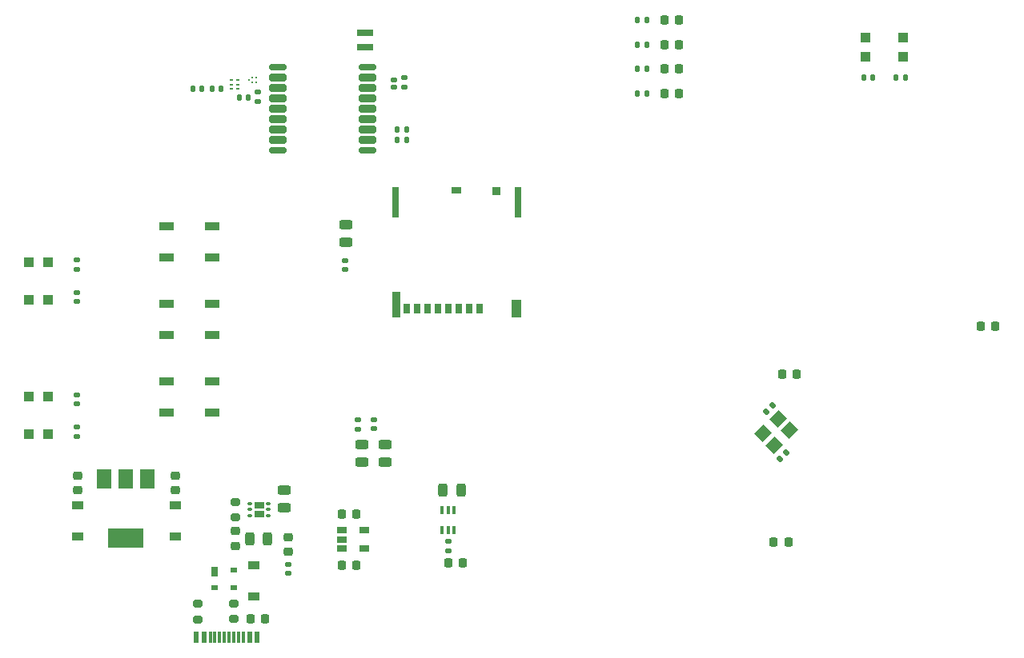
<source format=gbr>
%TF.GenerationSoftware,KiCad,Pcbnew,7.0.1*%
%TF.CreationDate,2023-11-20T00:05:28-03:00*%
%TF.ProjectId,data_logger,64617461-5f6c-46f6-9767-65722e6b6963,0*%
%TF.SameCoordinates,Original*%
%TF.FileFunction,Paste,Top*%
%TF.FilePolarity,Positive*%
%FSLAX46Y46*%
G04 Gerber Fmt 4.6, Leading zero omitted, Abs format (unit mm)*
G04 Created by KiCad (PCBNEW 7.0.1) date 2023-11-20 00:05:28*
%MOMM*%
%LPD*%
G01*
G04 APERTURE LIST*
G04 Aperture macros list*
%AMRoundRect*
0 Rectangle with rounded corners*
0 $1 Rounding radius*
0 $2 $3 $4 $5 $6 $7 $8 $9 X,Y pos of 4 corners*
0 Add a 4 corners polygon primitive as box body*
4,1,4,$2,$3,$4,$5,$6,$7,$8,$9,$2,$3,0*
0 Add four circle primitives for the rounded corners*
1,1,$1+$1,$2,$3*
1,1,$1+$1,$4,$5*
1,1,$1+$1,$6,$7*
1,1,$1+$1,$8,$9*
0 Add four rect primitives between the rounded corners*
20,1,$1+$1,$2,$3,$4,$5,0*
20,1,$1+$1,$4,$5,$6,$7,0*
20,1,$1+$1,$6,$7,$8,$9,0*
20,1,$1+$1,$8,$9,$2,$3,0*%
%AMRotRect*
0 Rectangle, with rotation*
0 The origin of the aperture is its center*
0 $1 length*
0 $2 width*
0 $3 Rotation angle, in degrees counterclockwise*
0 Add horizontal line*
21,1,$1,$2,0,0,$3*%
G04 Aperture macros list end*
%ADD10R,0.180000X0.250000*%
%ADD11RoundRect,0.243750X-0.456250X0.243750X-0.456250X-0.243750X0.456250X-0.243750X0.456250X0.243750X0*%
%ADD12RoundRect,0.218750X-0.218750X-0.256250X0.218750X-0.256250X0.218750X0.256250X-0.218750X0.256250X0*%
%ADD13R,1.500000X0.900000*%
%ADD14R,1.000000X1.000000*%
%ADD15RoundRect,0.147500X-0.172500X0.147500X-0.172500X-0.147500X0.172500X-0.147500X0.172500X0.147500X0*%
%ADD16R,1.200000X0.900000*%
%ADD17RoundRect,0.225000X-0.225000X-0.250000X0.225000X-0.250000X0.225000X0.250000X-0.225000X0.250000X0*%
%ADD18RoundRect,0.175000X0.725000X0.175000X-0.725000X0.175000X-0.725000X-0.175000X0.725000X-0.175000X0*%
%ADD19RoundRect,0.200000X0.700000X0.200000X-0.700000X0.200000X-0.700000X-0.200000X0.700000X-0.200000X0*%
%ADD20RoundRect,0.147500X0.172500X-0.147500X0.172500X0.147500X-0.172500X0.147500X-0.172500X-0.147500X0*%
%ADD21RoundRect,0.243750X0.456250X-0.243750X0.456250X0.243750X-0.456250X0.243750X-0.456250X-0.243750X0*%
%ADD22RoundRect,0.200000X0.275000X-0.200000X0.275000X0.200000X-0.275000X0.200000X-0.275000X-0.200000X0*%
%ADD23RoundRect,0.225000X0.250000X-0.225000X0.250000X0.225000X-0.250000X0.225000X-0.250000X-0.225000X0*%
%ADD24RoundRect,0.125000X-0.225000X0.125000X-0.225000X-0.125000X0.225000X-0.125000X0.225000X0.125000X0*%
%ADD25R,0.700000X1.100000*%
%ADD26R,0.900000X0.930000*%
%ADD27R,1.050000X0.780000*%
%ADD28R,0.700000X3.330000*%
%ADD29R,1.140000X1.830000*%
%ADD30R,0.860000X2.800000*%
%ADD31RoundRect,0.225000X-0.250000X0.225000X-0.250000X-0.225000X0.250000X-0.225000X0.250000X0.225000X0*%
%ADD32RoundRect,0.225000X0.225000X0.250000X-0.225000X0.250000X-0.225000X-0.250000X0.225000X-0.250000X0*%
%ADD33RoundRect,0.147500X0.147500X0.172500X-0.147500X0.172500X-0.147500X-0.172500X0.147500X-0.172500X0*%
%ADD34RoundRect,0.050000X0.450000X0.300000X-0.450000X0.300000X-0.450000X-0.300000X0.450000X-0.300000X0*%
%ADD35RoundRect,0.050000X0.175000X0.100000X-0.175000X0.100000X-0.175000X-0.100000X0.175000X-0.100000X0*%
%ADD36R,3.800000X2.000000*%
%ADD37R,1.500000X2.000000*%
%ADD38RoundRect,0.243750X-0.243750X-0.456250X0.243750X-0.456250X0.243750X0.456250X-0.243750X0.456250X0*%
%ADD39RoundRect,0.200000X-0.275000X0.200000X-0.275000X-0.200000X0.275000X-0.200000X0.275000X0.200000X0*%
%ADD40RoundRect,0.147500X-0.147500X-0.172500X0.147500X-0.172500X0.147500X0.172500X-0.147500X0.172500X0*%
%ADD41R,0.700000X1.000000*%
%ADD42R,0.700000X0.600000*%
%ADD43R,0.600000X1.150000*%
%ADD44R,0.300000X1.150000*%
%ADD45R,1.000000X0.700000*%
%ADD46R,0.345000X0.230000*%
%ADD47RotRect,1.400000X1.200000X45.000000*%
%ADD48RoundRect,0.147500X0.017678X-0.226274X0.226274X-0.017678X-0.017678X0.226274X-0.226274X0.017678X0*%
%ADD49RoundRect,0.218750X0.256250X-0.218750X0.256250X0.218750X-0.256250X0.218750X-0.256250X-0.218750X0*%
%ADD50R,0.400000X0.900000*%
%ADD51R,1.700000X0.700000*%
G04 APERTURE END LIST*
D10*
%TO.C,FL1*%
X110720000Y-69960000D03*
X111105000Y-70210000D03*
X111490000Y-70210000D03*
X111490000Y-69710000D03*
X111105000Y-69710000D03*
%TD*%
D11*
%TO.C,R23*%
X125150000Y-108592500D03*
X125150000Y-110467500D03*
%TD*%
D12*
%TO.C,D7*%
X154658000Y-63638000D03*
X156233000Y-63638000D03*
%TD*%
D13*
%TO.C,D12*%
X101990000Y-93720000D03*
X101990000Y-97020000D03*
X106890000Y-97020000D03*
X106890000Y-93720000D03*
%TD*%
D14*
%TO.C,SW3*%
X89490000Y-103520000D03*
X89490000Y-107520000D03*
X87490000Y-103520000D03*
X87490000Y-107520000D03*
%TD*%
D15*
%TO.C,R22*%
X122290000Y-105990000D03*
X122290000Y-106960000D03*
%TD*%
D16*
%TO.C,D5*%
X111248000Y-121410000D03*
X111248000Y-124710000D03*
%TD*%
D17*
%TO.C,C12*%
X120574998Y-121350001D03*
X122124998Y-121350001D03*
%TD*%
D15*
%TO.C,R4*%
X127190000Y-69775000D03*
X127190000Y-70745000D03*
%TD*%
%TO.C,R13*%
X92517001Y-92495000D03*
X92517001Y-93465000D03*
%TD*%
D18*
%TO.C,U2*%
X123290000Y-77410000D03*
D19*
X123290000Y-76310000D03*
X123290000Y-75210000D03*
X123290000Y-74110000D03*
X123290000Y-73010000D03*
X123290000Y-71910000D03*
X123290000Y-70810000D03*
X123290000Y-69710000D03*
D18*
X123290000Y-68610000D03*
X113790000Y-68610000D03*
D19*
X113790000Y-69710000D03*
X113790000Y-70810000D03*
X113790000Y-71910000D03*
X113790000Y-73010000D03*
X113790000Y-74110000D03*
X113790000Y-75210000D03*
X113790000Y-76310000D03*
D18*
X113790000Y-77410000D03*
%TD*%
D17*
%TO.C,C9*%
X110873000Y-127060000D03*
X112423000Y-127060000D03*
%TD*%
D20*
%TO.C,R15*%
X92516999Y-90025001D03*
X92516999Y-89055001D03*
%TD*%
D13*
%TO.C,D13*%
X101990000Y-101920000D03*
X101990000Y-105220000D03*
X106890000Y-105220000D03*
X106890000Y-101920000D03*
%TD*%
D21*
%TO.C,R19*%
X120990000Y-87160000D03*
X120990000Y-85285000D03*
%TD*%
D22*
%TO.C,R7*%
X109310000Y-116310000D03*
X109310000Y-114660000D03*
%TD*%
D23*
%TO.C,C8*%
X92590000Y-113435000D03*
X92590000Y-111885000D03*
%TD*%
D24*
%TO.C,D1*%
X126090001Y-69997499D03*
X126090001Y-70747499D03*
%TD*%
D25*
%TO.C,J15*%
X135110000Y-94242500D03*
X134010000Y-94242500D03*
X132910000Y-94242500D03*
X131810000Y-94242500D03*
X130710000Y-94242500D03*
X129610000Y-94242500D03*
X128510000Y-94242500D03*
X127410000Y-94242500D03*
D26*
X136900000Y-81777500D03*
D27*
X132635000Y-81702500D03*
D28*
X139210000Y-82977500D03*
D29*
X138990000Y-94227500D03*
D30*
X126330000Y-93742500D03*
D28*
X126250000Y-82977500D03*
%TD*%
D31*
%TO.C,C11*%
X109310000Y-117785000D03*
X109310000Y-119335000D03*
%TD*%
D23*
%TO.C,C10*%
X102990000Y-113435000D03*
X102990000Y-111885000D03*
%TD*%
D32*
%TO.C,C4*%
X168665000Y-101180000D03*
X167115000Y-101180000D03*
%TD*%
D33*
%TO.C,L1*%
X107792000Y-70963033D03*
X106822000Y-70963033D03*
%TD*%
D14*
%TO.C,SW2*%
X89490000Y-89260000D03*
X89490000Y-93260000D03*
X87490000Y-89260000D03*
X87490000Y-93260000D03*
%TD*%
D20*
%TO.C,R10*%
X114910000Y-122257500D03*
X114910000Y-121287500D03*
%TD*%
D33*
%TO.C,FB2*%
X127390000Y-76310000D03*
X126420000Y-76310000D03*
%TD*%
D34*
%TO.C,U5*%
X111822501Y-115935000D03*
X111822501Y-115035000D03*
D35*
X112797501Y-116135000D03*
X112797501Y-115485000D03*
X112797501Y-114835000D03*
X110847501Y-114835000D03*
X110847501Y-115485000D03*
X110847501Y-116135000D03*
%TD*%
D13*
%TO.C,D11*%
X101990000Y-85520000D03*
X101990000Y-88820000D03*
X106890000Y-88820000D03*
X106890000Y-85520000D03*
%TD*%
D36*
%TO.C,U4*%
X97690000Y-118510000D03*
D37*
X99990000Y-112210000D03*
X97690000Y-112210000D03*
X95390000Y-112210000D03*
%TD*%
D16*
%TO.C,D4*%
X102990000Y-118310000D03*
X102990000Y-115010000D03*
%TD*%
D38*
%TO.C,R8*%
X110835000Y-118560000D03*
X112710000Y-118560000D03*
%TD*%
D15*
%TO.C,R20*%
X120890000Y-89090000D03*
X120890000Y-90060000D03*
%TD*%
D17*
%TO.C,C3*%
X188115000Y-96100000D03*
X189665000Y-96100000D03*
%TD*%
D15*
%TO.C,R18*%
X92516999Y-106754999D03*
X92516999Y-107724999D03*
%TD*%
D39*
%TO.C,R6*%
X109152000Y-125412000D03*
X109152000Y-127062000D03*
%TD*%
D32*
%TO.C,C5*%
X167790000Y-118960000D03*
X166240000Y-118960000D03*
%TD*%
D11*
%TO.C,R21*%
X122690000Y-108622500D03*
X122690000Y-110497500D03*
%TD*%
D40*
%TO.C,FB1*%
X126420000Y-75210000D03*
X127390000Y-75210000D03*
%TD*%
D14*
%TO.C,SW1*%
X179955001Y-67494002D03*
X175955001Y-67494002D03*
X179955001Y-65494002D03*
X175955001Y-65494002D03*
%TD*%
D12*
%TO.C,D10*%
X154658000Y-71408000D03*
X156233000Y-71408000D03*
%TD*%
D41*
%TO.C,D2*%
X107120000Y-122060000D03*
D42*
X107120000Y-123760000D03*
X109120000Y-123760000D03*
X109120000Y-121860000D03*
%TD*%
D43*
%TO.C,J10*%
X105190000Y-128970000D03*
X105990000Y-128970000D03*
D44*
X107140000Y-128970000D03*
X108140000Y-128970000D03*
X108640000Y-128970000D03*
X109640000Y-128970000D03*
D43*
X110790000Y-128970000D03*
X111590000Y-128970000D03*
X111590000Y-128970000D03*
X110790000Y-128970000D03*
D44*
X110140000Y-128970000D03*
X109140000Y-128970000D03*
X107640000Y-128970000D03*
X106640000Y-128970000D03*
D43*
X105990000Y-128970000D03*
X105190000Y-128970000D03*
%TD*%
D45*
%TO.C,U6*%
X120570000Y-117700000D03*
X120570000Y-118650000D03*
X120570000Y-119600000D03*
X122970000Y-119600000D03*
X122970000Y-117700000D03*
%TD*%
D20*
%TO.C,R3*%
X111690000Y-72245000D03*
X111690000Y-71275000D03*
%TD*%
D15*
%TO.C,R26*%
X131789999Y-118859999D03*
X131789999Y-119829999D03*
%TD*%
D32*
%TO.C,C13*%
X122124999Y-115949999D03*
X120574999Y-115949999D03*
%TD*%
D33*
%TO.C,C7*%
X105760000Y-70963033D03*
X104790000Y-70963033D03*
%TD*%
D15*
%TO.C,R24*%
X123950000Y-105935000D03*
X123950000Y-106905000D03*
%TD*%
D12*
%TO.C,D9*%
X154658000Y-68818000D03*
X156233000Y-68818000D03*
%TD*%
D39*
%TO.C,R5*%
X105342000Y-125475000D03*
X105342000Y-127125000D03*
%TD*%
D38*
%TO.C,R25*%
X131262499Y-113460001D03*
X133137499Y-113460001D03*
%TD*%
D46*
%TO.C,U3*%
X108910000Y-69960000D03*
X108910000Y-70460000D03*
X108910000Y-70960000D03*
X109590000Y-70960000D03*
X109590000Y-70460000D03*
X109590000Y-69960000D03*
%TD*%
D47*
%TO.C,Y1*%
X166313223Y-108649348D03*
X167868858Y-107093713D03*
X166666777Y-105891632D03*
X165111142Y-107447267D03*
%TD*%
D12*
%TO.C,D8*%
X154658000Y-66228000D03*
X156233000Y-66228000D03*
%TD*%
D40*
%TO.C,C6*%
X109705000Y-71860000D03*
X110675000Y-71860000D03*
%TD*%
D48*
%TO.C,C1*%
X166847053Y-110098241D03*
X167532947Y-109412347D03*
%TD*%
D20*
%TO.C,R17*%
X92516999Y-104284999D03*
X92516999Y-103314999D03*
%TD*%
D33*
%TO.C,R2*%
X176720004Y-69760000D03*
X175750004Y-69760000D03*
%TD*%
D49*
%TO.C,D6*%
X114910000Y-119960000D03*
X114910000Y-118385000D03*
%TD*%
D16*
%TO.C,D3*%
X92590000Y-115010000D03*
X92590000Y-118310000D03*
%TD*%
D21*
%TO.C,R9*%
X114510000Y-115297500D03*
X114510000Y-113422500D03*
%TD*%
D40*
%TO.C,R14*%
X151825000Y-68818000D03*
X152795000Y-68818000D03*
%TD*%
D12*
%TO.C,D14*%
X131790000Y-121160000D03*
X133365000Y-121160000D03*
%TD*%
D40*
%TO.C,R11*%
X151825000Y-63638000D03*
X152795000Y-63638000D03*
%TD*%
D50*
%TO.C,U7*%
X132440000Y-115541501D03*
X131790000Y-115541501D03*
X131140000Y-115541501D03*
X131140000Y-117641501D03*
X131790000Y-117641501D03*
X132440000Y-117641501D03*
%TD*%
D51*
%TO.C,BAT1*%
X122990000Y-66510000D03*
X122990000Y-65010000D03*
%TD*%
D40*
%TO.C,R12*%
X151825000Y-66228000D03*
X152795000Y-66228000D03*
%TD*%
%TO.C,R16*%
X151825000Y-71408000D03*
X152795000Y-71408000D03*
%TD*%
%TO.C,R1*%
X179190000Y-69760000D03*
X180160000Y-69760000D03*
%TD*%
D48*
%TO.C,C2*%
X165447053Y-105116315D03*
X166132947Y-104430421D03*
%TD*%
M02*

</source>
